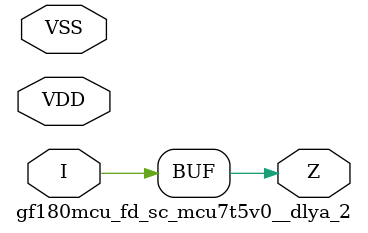
<source format=v>

module gf180mcu_fd_sc_mcu7t5v0__dlya_2( I, Z, VDD, VSS );
input I;
inout VDD, VSS;
output Z;

	buf MGM_BG_0( Z, I );

endmodule

</source>
